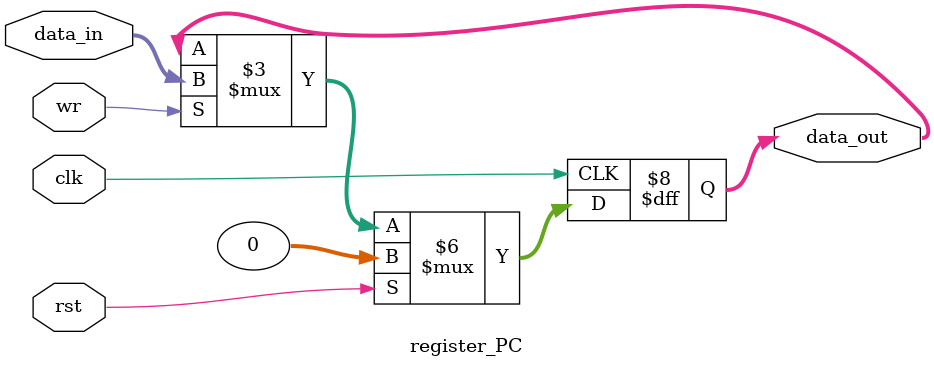
<source format=sv>
`timescale 1ns / 1ps

module register_PC #(parameter WIDTH = 32)(
    input logic 			      clk,
    input logic 				  rst,
    input logic [(WIDTH - 1) : 0] data_in, 
    input logic                   wr, 
  
    output logic [(WIDTH - 1) : 0] data_out
);
  
    always_ff @(posedge clk) begin
        if 		(rst) data_out <= 0;
        else if (wr)  data_out <= data_in;
        else          data_out <= data_out;
    end
endmodule


</source>
